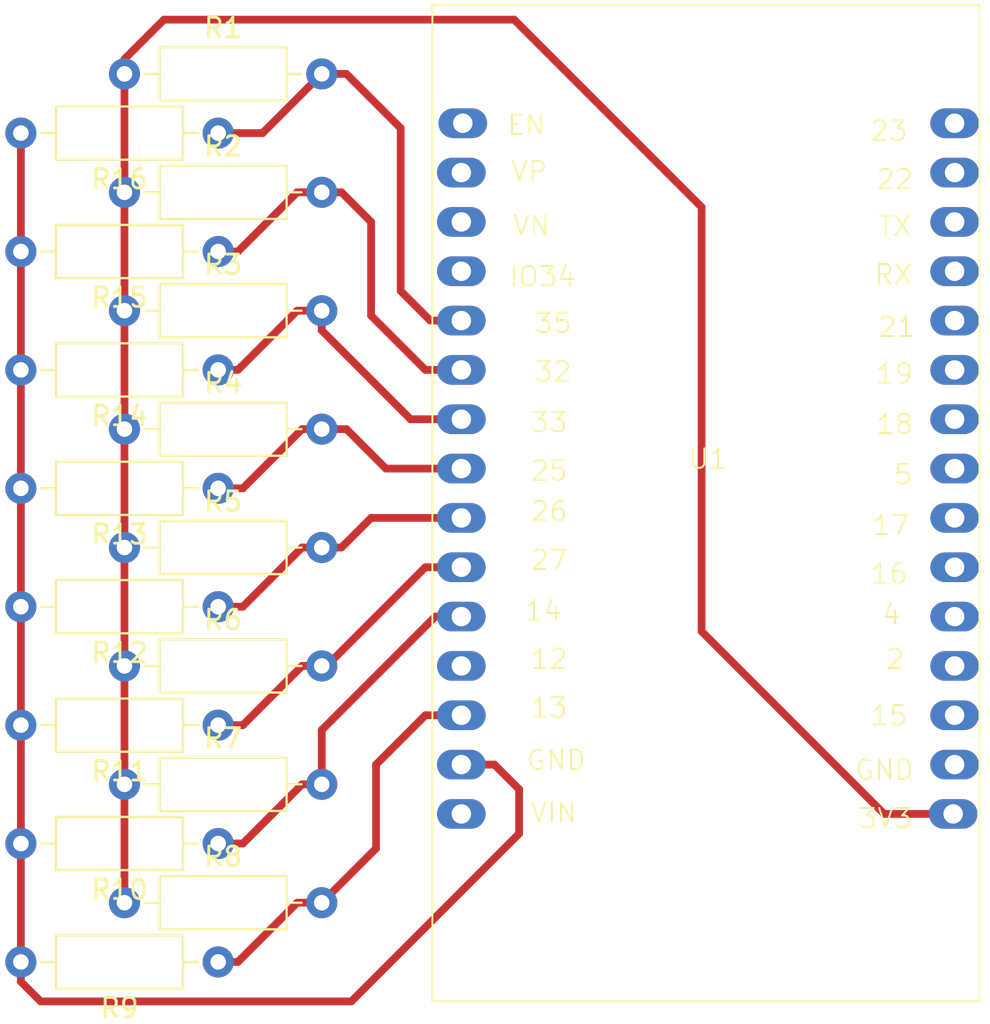
<source format=kicad_pcb>
(kicad_pcb (version 20240108) (generator "pcbnew") (generator_version "8.0")
  (layers (0 "F.Cu" signal) (31 "B.Cu" signal) (34 "B.Paste" user) (35 "F.Paste" user) (36 "B.SilkS" user "B.Silkscreen") (37 "F.SilkS" user "F.Silkscreen") (38 "B.Mask" user) (39 "F.Mask" user) (44 "Edge.Cuts" user))
  (net 0 "")
  (net 19 "/3V3")
  (net 20 "/IO35")
  (net 21 "/IO32")
  (net 22 "/IO33")
  (net 23 "/IO25")
  (net 24 "/IO26")
  (net 25 "/IO27")
  (net 26 "/IO14")
  (net 27 "/IO13")
  (net 28 "/GND")
  (net 29 "/IO12")
  (footprint "Resistor_THT:R_Axial_DIN0207_L6.3mm_D2.5mm_P10.16mm_Horizontal" (layer "F.Cu") (at 127 85.852 180)
    (property "Reference" "R14" (at 5.08 -2.37 360) (layer "F.SilkS"))
    (property "Value" "R")
    (pad "1" thru_hole circle (at 0 0 180) (size 1.6 1.6) (drill 0.8) (layers "*.Cu" "*.Mask" "In1.Cu" "In2.Cu" "In3.Cu" "In4.Cu" "In5.Cu" "In6.Cu" "In7.Cu" "In8.Cu" "In9.Cu" "In10.Cu" "In11.Cu" "In12.Cu" "In13.Cu" "In14.Cu" "In15.Cu" "In16.Cu" "In17.Cu" "In18.Cu" "In19.Cu" "In20.Cu" "In21.Cu" "In22.Cu" "In23.Cu" "In24.Cu" "In25.Cu" "In26.Cu" "In27.Cu" "In28.Cu" "In29.Cu" "In30.Cu") (net 22 "/IO33"))
    (pad "2" thru_hole oval (at 10.16 0 180) (size 1.6 1.6) (drill 0.8) (layers "*.Cu" "*.Mask" "In1.Cu" "In2.Cu" "In3.Cu" "In4.Cu" "In5.Cu" "In6.Cu" "In7.Cu" "In8.Cu" "In9.Cu" "In10.Cu" "In11.Cu" "In12.Cu" "In13.Cu" "In14.Cu" "In15.Cu" "In16.Cu" "In17.Cu" "In18.Cu" "In19.Cu" "In20.Cu" "In21.Cu" "In22.Cu" "In23.Cu" "In24.Cu" "In25.Cu" "In26.Cu" "In27.Cu" "In28.Cu" "In29.Cu" "In30.Cu") (net 28 "/GND"))
  )
  (footprint "Resistor_THT:R_Axial_DIN0207_L6.3mm_D2.5mm_P10.16mm_Horizontal" (layer "F.Cu") (at 122.174 82.804)
    (property "Reference" "R3" (at 5.08 -2.37 0) (layer "F.SilkS"))
    (property "Value" "R")
    (pad "1" thru_hole circle (at 0 0) (size 1.6 1.6) (drill 0.8) (layers "*.Cu" "*.Mask" "In1.Cu" "In2.Cu" "In3.Cu" "In4.Cu" "In5.Cu" "In6.Cu" "In7.Cu" "In8.Cu" "In9.Cu" "In10.Cu" "In11.Cu" "In12.Cu" "In13.Cu" "In14.Cu" "In15.Cu" "In16.Cu" "In17.Cu" "In18.Cu" "In19.Cu" "In20.Cu" "In21.Cu" "In22.Cu" "In23.Cu" "In24.Cu" "In25.Cu" "In26.Cu" "In27.Cu" "In28.Cu" "In29.Cu" "In30.Cu") (net 19 "/3V3"))
    (pad "2" thru_hole oval (at 10.16 0) (size 1.6 1.6) (drill 0.8) (layers "*.Cu" "*.Mask" "In1.Cu" "In2.Cu" "In3.Cu" "In4.Cu" "In5.Cu" "In6.Cu" "In7.Cu" "In8.Cu" "In9.Cu" "In10.Cu" "In11.Cu" "In12.Cu" "In13.Cu" "In14.Cu" "In15.Cu" "In16.Cu" "In17.Cu" "In18.Cu" "In19.Cu" "In20.Cu" "In21.Cu" "In22.Cu" "In23.Cu" "In24.Cu" "In25.Cu" "In26.Cu" "In27.Cu" "In28.Cu" "In29.Cu" "In30.Cu") (net 22 "/IO33"))
  )
  (footprint "Resistor_THT:R_Axial_DIN0207_L6.3mm_D2.5mm_P10.16mm_Horizontal" (layer "F.Cu") (at 127 110.236 180)
    (property "Reference" "R10" (at 5.08 -2.37 360) (layer "F.SilkS"))
    (property "Value" "R")
    (pad "1" thru_hole circle (at 0 0 180) (size 1.6 1.6) (drill 0.8) (layers "*.Cu" "*.Mask" "In1.Cu" "In2.Cu" "In3.Cu" "In4.Cu" "In5.Cu" "In6.Cu" "In7.Cu" "In8.Cu" "In9.Cu" "In10.Cu" "In11.Cu" "In12.Cu" "In13.Cu" "In14.Cu" "In15.Cu" "In16.Cu" "In17.Cu" "In18.Cu" "In19.Cu" "In20.Cu" "In21.Cu" "In22.Cu" "In23.Cu" "In24.Cu" "In25.Cu" "In26.Cu" "In27.Cu" "In28.Cu" "In29.Cu" "In30.Cu") (net 26 "/IO14"))
    (pad "2" thru_hole oval (at 10.16 0 180) (size 1.6 1.6) (drill 0.8) (layers "*.Cu" "*.Mask" "In1.Cu" "In2.Cu" "In3.Cu" "In4.Cu" "In5.Cu" "In6.Cu" "In7.Cu" "In8.Cu" "In9.Cu" "In10.Cu" "In11.Cu" "In12.Cu" "In13.Cu" "In14.Cu" "In15.Cu" "In16.Cu" "In17.Cu" "In18.Cu" "In19.Cu" "In20.Cu" "In21.Cu" "In22.Cu" "In23.Cu" "In24.Cu" "In25.Cu" "In26.Cu" "In27.Cu" "In28.Cu" "In29.Cu" "In30.Cu") (net 28 "/GND"))
  )
  (footprint "Resistor_THT:R_Axial_DIN0207_L6.3mm_D2.5mm_P10.16mm_Horizontal" (layer "F.Cu") (at 122.174 88.9)
    (property "Reference" "R4" (at 5.08 -2.37 0) (layer "F.SilkS"))
    (property "Value" "R")
    (pad "1" thru_hole circle (at 0 0) (size 1.6 1.6) (drill 0.8) (layers "*.Cu" "*.Mask" "In1.Cu" "In2.Cu" "In3.Cu" "In4.Cu" "In5.Cu" "In6.Cu" "In7.Cu" "In8.Cu" "In9.Cu" "In10.Cu" "In11.Cu" "In12.Cu" "In13.Cu" "In14.Cu" "In15.Cu" "In16.Cu" "In17.Cu" "In18.Cu" "In19.Cu" "In20.Cu" "In21.Cu" "In22.Cu" "In23.Cu" "In24.Cu" "In25.Cu" "In26.Cu" "In27.Cu" "In28.Cu" "In29.Cu" "In30.Cu") (net 19 "/3V3"))
    (pad "2" thru_hole oval (at 10.16 0) (size 1.6 1.6) (drill 0.8) (layers "*.Cu" "*.Mask" "In1.Cu" "In2.Cu" "In3.Cu" "In4.Cu" "In5.Cu" "In6.Cu" "In7.Cu" "In8.Cu" "In9.Cu" "In10.Cu" "In11.Cu" "In12.Cu" "In13.Cu" "In14.Cu" "In15.Cu" "In16.Cu" "In17.Cu" "In18.Cu" "In19.Cu" "In20.Cu" "In21.Cu" "In22.Cu" "In23.Cu" "In24.Cu" "In25.Cu" "In26.Cu" "In27.Cu" "In28.Cu" "In29.Cu" "In30.Cu") (net 23 "/IO25"))
  )
  (footprint "Resistor_THT:R_Axial_DIN0207_L6.3mm_D2.5mm_P10.16mm_Horizontal" (layer "F.Cu") (at 127 98.044 180)
    (property "Reference" "R12" (at 5.08 -2.37 360) (layer "F.SilkS"))
    (property "Value" "R")
    (pad "1" thru_hole circle (at 0 0 180) (size 1.6 1.6) (drill 0.8) (layers "*.Cu" "*.Mask" "In1.Cu" "In2.Cu" "In3.Cu" "In4.Cu" "In5.Cu" "In6.Cu" "In7.Cu" "In8.Cu" "In9.Cu" "In10.Cu" "In11.Cu" "In12.Cu" "In13.Cu" "In14.Cu" "In15.Cu" "In16.Cu" "In17.Cu" "In18.Cu" "In19.Cu" "In20.Cu" "In21.Cu" "In22.Cu" "In23.Cu" "In24.Cu" "In25.Cu" "In26.Cu" "In27.Cu" "In28.Cu" "In29.Cu" "In30.Cu") (net 24 "/IO26"))
    (pad "2" thru_hole oval (at 10.16 0 180) (size 1.6 1.6) (drill 0.8) (layers "*.Cu" "*.Mask" "In1.Cu" "In2.Cu" "In3.Cu" "In4.Cu" "In5.Cu" "In6.Cu" "In7.Cu" "In8.Cu" "In9.Cu" "In10.Cu" "In11.Cu" "In12.Cu" "In13.Cu" "In14.Cu" "In15.Cu" "In16.Cu" "In17.Cu" "In18.Cu" "In19.Cu" "In20.Cu" "In21.Cu" "In22.Cu" "In23.Cu" "In24.Cu" "In25.Cu" "In26.Cu" "In27.Cu" "In28.Cu" "In29.Cu" "In30.Cu") (net 28 "/GND"))
  )
  (footprint "Resistor_THT:R_Axial_DIN0207_L6.3mm_D2.5mm_P10.16mm_Horizontal" (layer "F.Cu") (at 122.174 94.996)
    (property "Reference" "R5" (at 5.08 -2.37 0) (layer "F.SilkS"))
    (property "Value" "R")
    (pad "1" thru_hole circle (at 0 0) (size 1.6 1.6) (drill 0.8) (layers "*.Cu" "*.Mask" "In1.Cu" "In2.Cu" "In3.Cu" "In4.Cu" "In5.Cu" "In6.Cu" "In7.Cu" "In8.Cu" "In9.Cu" "In10.Cu" "In11.Cu" "In12.Cu" "In13.Cu" "In14.Cu" "In15.Cu" "In16.Cu" "In17.Cu" "In18.Cu" "In19.Cu" "In20.Cu" "In21.Cu" "In22.Cu" "In23.Cu" "In24.Cu" "In25.Cu" "In26.Cu" "In27.Cu" "In28.Cu" "In29.Cu" "In30.Cu") (net 19 "/3V3"))
    (pad "2" thru_hole oval (at 10.16 0) (size 1.6 1.6) (drill 0.8) (layers "*.Cu" "*.Mask" "In1.Cu" "In2.Cu" "In3.Cu" "In4.Cu" "In5.Cu" "In6.Cu" "In7.Cu" "In8.Cu" "In9.Cu" "In10.Cu" "In11.Cu" "In12.Cu" "In13.Cu" "In14.Cu" "In15.Cu" "In16.Cu" "In17.Cu" "In18.Cu" "In19.Cu" "In20.Cu" "In21.Cu" "In22.Cu" "In23.Cu" "In24.Cu" "In25.Cu" "In26.Cu" "In27.Cu" "In28.Cu" "In29.Cu" "In30.Cu") (net 24 "/IO26"))
  )
  (footprint "symbols_footprint:esp32 dev board" (layer "F.Cu") (at 152.221 90.932)
    (property "Reference" "U1" (at 0 -0.5 0) (layer "F.SilkS") (effects (font (thickness 0.1))))
    (property "Value" "ESP32-WROOM-32E-N8R2")
    (fp_text user "EN" (at -10.4 -17.1 0) (layer "F.SilkS") (effects (font (thickness 0.1)) (justify left bottom)))
    (fp_text user "17" (at 8.4 3.5 0) (layer "F.SilkS") (effects (font (thickness 0.1)) (justify left bottom)))
    (fp_text user "33" (at -9.2 -1.8 0) (layer "F.SilkS") (effects (font (thickness 0.1)) (justify left bottom)))
    (fp_text user "VP" (at -10.2 -14.7 0) (layer "F.SilkS") (effects (font (thickness 0.1)) (justify left bottom)))
    (fp_text user "14" (at -9.5 7.9 0) (layer "F.SilkS") (effects (font (thickness 0.1)) (justify left bottom)))
    (fp_text user "27" (at -9.2 5.3 0) (layer "F.SilkS") (effects (font (thickness 0.1)) (justify left bottom)))
    (fp_text user "18" (at 8.6 -1.7 0) (layer "F.SilkS") (effects (font (thickness 0.1)) (justify left bottom)))
    (fp_text user "RX" (at 8.5 -9.4 0) (layer "F.SilkS") (effects (font (thickness 0.1)) (justify left bottom)))
    (fp_text user "5" (at 9.5 0.9 0) (layer "F.SilkS") (effects (font (thickness 0.1)) (justify left bottom)))
    (fp_text user "TX" (at 8.7 -11.9 0) (layer "F.SilkS") (effects (font (thickness 0.1)) (justify left bottom)))
    (fp_text user "4" (at 8.9 8.1 0) (layer "F.SilkS") (effects (font (thickness 0.1)) (justify left bottom)))
    (fp_text user "23" (at 8.3 -16.8 0) (layer "F.SilkS") (effects (font (thickness 0.1)) (justify left bottom)))
    (fp_text user "21" (at 8.7 -6.7 0) (layer "F.SilkS") (effects (font (thickness 0.1)) (justify left bottom)))
    (fp_text user "26" (at -9.2 2.8 0) (layer "F.SilkS") (effects (font (thickness 0.1)) (justify left bottom)))
    (fp_text user "GND" (at -9.4 15.6 0) (layer "F.SilkS") (effects (font (thickness 0.1)) (justify left bottom)))
    (fp_text user "IO34" (at -10.3 -9.3 0) (layer "F.SilkS") (effects (font (thickness 0.1)) (justify left bottom)))
    (fp_text user "19" (at 8.6 -4.3 0) (layer "F.SilkS") (effects (font (thickness 0.1)) (justify left bottom)))
    (fp_text user "3V3" (at 7.7 18.6 0) (layer "F.SilkS") (effects (font (thickness 0.1)) (justify left bottom)))
    (fp_text user "GND" (at 7.5 16.1 0) (layer "F.SilkS") (effects (font (thickness 0.1)) (justify left bottom)))
    (fp_text user "VIN" (at -9.2 18.3 0) (layer "F.SilkS") (effects (font (thickness 0.1)) (justify left bottom)))
    (fp_text user "35" (at -9 -6.9 0) (layer "F.SilkS") (effects (font (thickness 0.1)) (justify left bottom)))
    (fp_text user "13" (at -9.2 12.9 0) (layer "F.SilkS") (effects (font (thickness 0.1)) (justify left bottom)))
    (fp_text user "16" (at 8.3 6 0) (layer "F.SilkS") (effects (font (thickness 0.1)) (justify left bottom)))
    (fp_text user "15" (at 8.3 13.3 0) (layer "F.SilkS") (effects (font (thickness 0.1)) (justify left bottom)))
    (fp_text user "22" (at 8.6 -14.3 0) (layer "F.SilkS") (effects (font (thickness 0.1)) (justify left bottom)))
    (fp_text user "32" (at -9 -4.4 0) (layer "F.SilkS") (effects (font (thickness 0.1)) (justify left bottom)))
    (fp_text user "25" (at -9.2 0.7 0) (layer "F.SilkS") (effects (font (thickness 0.1)) (justify left bottom)))
    (fp_text user "2" (at 9.1 10.4 0) (layer "F.SilkS") (effects (font (thickness 0.1)) (justify left bottom)))
    (fp_text user "12" (at -9.2 10.4 0) (layer "F.SilkS") (effects (font (thickness 0.1)) (justify left bottom)))
    (fp_text user "VN" (at -10.1 -11.9 0) (layer "F.SilkS") (effects (font (thickness 0.1)) (justify left bottom)))
    (pad "1" thru_hole oval (at -12.625 -17.78) (size 2.5 1.524) (drill 1) (layers "*.Cu" "*.Mask" "In1.Cu" "In2.Cu" "In3.Cu" "In4.Cu" "In5.Cu" "In6.Cu" "In7.Cu" "In8.Cu" "In9.Cu" "In10.Cu" "In11.Cu" "In12.Cu" "In13.Cu" "In14.Cu" "In15.Cu" "In16.Cu" "In17.Cu" "In18.Cu" "In19.Cu" "In20.Cu" "In21.Cu" "In22.Cu" "In23.Cu" "In24.Cu" "In25.Cu" "In26.Cu" "In27.Cu" "In28.Cu" "In29.Cu" "In30.Cu"))
    (pad "2" thru_hole oval (at -12.7 -15.24) (size 2.5 1.524) (drill 1) (layers "*.Cu" "*.Mask" "In1.Cu" "In2.Cu" "In3.Cu" "In4.Cu" "In5.Cu" "In6.Cu" "In7.Cu" "In8.Cu" "In9.Cu" "In10.Cu" "In11.Cu" "In12.Cu" "In13.Cu" "In14.Cu" "In15.Cu" "In16.Cu" "In17.Cu" "In18.Cu" "In19.Cu" "In20.Cu" "In21.Cu" "In22.Cu" "In23.Cu" "In24.Cu" "In25.Cu" "In26.Cu" "In27.Cu" "In28.Cu" "In29.Cu" "In30.Cu"))
    (pad "3" thru_hole oval (at -12.7 -12.7) (size 2.5 1.524) (drill 1) (layers "*.Cu" "*.Mask" "In1.Cu" "In2.Cu" "In3.Cu" "In4.Cu" "In5.Cu" "In6.Cu" "In7.Cu" "In8.Cu" "In9.Cu" "In10.Cu" "In11.Cu" "In12.Cu" "In13.Cu" "In14.Cu" "In15.Cu" "In16.Cu" "In17.Cu" "In18.Cu" "In19.Cu" "In20.Cu" "In21.Cu" "In22.Cu" "In23.Cu" "In24.Cu" "In25.Cu" "In26.Cu" "In27.Cu" "In28.Cu" "In29.Cu" "In30.Cu"))
    (pad "4" thru_hole oval (at -12.7 -10.16) (size 2.5 1.524) (drill 1) (layers "*.Cu" "*.Mask" "In1.Cu" "In2.Cu" "In3.Cu" "In4.Cu" "In5.Cu" "In6.Cu" "In7.Cu" "In8.Cu" "In9.Cu" "In10.Cu" "In11.Cu" "In12.Cu" "In13.Cu" "In14.Cu" "In15.Cu" "In16.Cu" "In17.Cu" "In18.Cu" "In19.Cu" "In20.Cu" "In21.Cu" "In22.Cu" "In23.Cu" "In24.Cu" "In25.Cu" "In26.Cu" "In27.Cu" "In28.Cu" "In29.Cu" "In30.Cu"))
    (pad "5" thru_hole oval (at -12.7 -7.62) (size 2.5 1.524) (drill 1) (layers "*.Cu" "*.Mask" "In1.Cu" "In2.Cu" "In3.Cu" "In4.Cu" "In5.Cu" "In6.Cu" "In7.Cu" "In8.Cu" "In9.Cu" "In10.Cu" "In11.Cu" "In12.Cu" "In13.Cu" "In14.Cu" "In15.Cu" "In16.Cu" "In17.Cu" "In18.Cu" "In19.Cu" "In20.Cu" "In21.Cu" "In22.Cu" "In23.Cu" "In24.Cu" "In25.Cu" "In26.Cu" "In27.Cu" "In28.Cu" "In29.Cu" "In30.Cu") (net 20 "/IO35"))
    (pad "6" thru_hole oval (at -12.7 -5.08) (size 2.5 1.524) (drill 1) (layers "*.Cu" "*.Mask" "In1.Cu" "In2.Cu" "In3.Cu" "In4.Cu" "In5.Cu" "In6.Cu" "In7.Cu" "In8.Cu" "In9.Cu" "In10.Cu" "In11.Cu" "In12.Cu" "In13.Cu" "In14.Cu" "In15.Cu" "In16.Cu" "In17.Cu" "In18.Cu" "In19.Cu" "In20.Cu" "In21.Cu" "In22.Cu" "In23.Cu" "In24.Cu" "In25.Cu" "In26.Cu" "In27.Cu" "In28.Cu" "In29.Cu" "In30.Cu") (net 21 "/IO32"))
    (pad "7" thru_hole oval (at -12.7 -2.54) (size 2.5 1.524) (drill 1) (layers "*.Cu" "*.Mask" "In1.Cu" "In2.Cu" "In3.Cu" "In4.Cu" "In5.Cu" "In6.Cu" "In7.Cu" "In8.Cu" "In9.Cu" "In10.Cu" "In11.Cu" "In12.Cu" "In13.Cu" "In14.Cu" "In15.Cu" "In16.Cu" "In17.Cu" "In18.Cu" "In19.Cu" "In20.Cu" "In21.Cu" "In22.Cu" "In23.Cu" "In24.Cu" "In25.Cu" "In26.Cu" "In27.Cu" "In28.Cu" "In29.Cu" "In30.Cu") (net 22 "/IO33"))
    (pad "8" thru_hole oval (at -12.7 0) (size 2.5 1.524) (drill 1) (layers "*.Cu" "*.Mask" "In1.Cu" "In2.Cu" "In3.Cu" "In4.Cu" "In5.Cu" "In6.Cu" "In7.Cu" "In8.Cu" "In9.Cu" "In10.Cu" "In11.Cu" "In12.Cu" "In13.Cu" "In14.Cu" "In15.Cu" "In16.Cu" "In17.Cu" "In18.Cu" "In19.Cu" "In20.Cu" "In21.Cu" "In22.Cu" "In23.Cu" "In24.Cu" "In25.Cu" "In26.Cu" "In27.Cu" "In28.Cu" "In29.Cu" "In30.Cu") (net 23 "/IO25"))
    (pad "9" thru_hole oval (at -12.7 2.54) (size 2.5 1.524) (drill 1) (layers "*.Cu" "*.Mask" "In1.Cu" "In2.Cu" "In3.Cu" "In4.Cu" "In5.Cu" "In6.Cu" "In7.Cu" "In8.Cu" "In9.Cu" "In10.Cu" "In11.Cu" "In12.Cu" "In13.Cu" "In14.Cu" "In15.Cu" "In16.Cu" "In17.Cu" "In18.Cu" "In19.Cu" "In20.Cu" "In21.Cu" "In22.Cu" "In23.Cu" "In24.Cu" "In25.Cu" "In26.Cu" "In27.Cu" "In28.Cu" "In29.Cu" "In30.Cu") (net 24 "/IO26"))
    (pad "10" thru_hole oval (at -12.7 5.08) (size 2.5 1.524) (drill 1) (layers "*.Cu" "*.Mask" "In1.Cu" "In2.Cu" "In3.Cu" "In4.Cu" "In5.Cu" "In6.Cu" "In7.Cu" "In8.Cu" "In9.Cu" "In10.Cu" "In11.Cu" "In12.Cu" "In13.Cu" "In14.Cu" "In15.Cu" "In16.Cu" "In17.Cu" "In18.Cu" "In19.Cu" "In20.Cu" "In21.Cu" "In22.Cu" "In23.Cu" "In24.Cu" "In25.Cu" "In26.Cu" "In27.Cu" "In28.Cu" "In29.Cu" "In30.Cu") (net 25 "/IO27"))
    (pad "11" thru_hole oval (at -12.7 7.62) (size 2.5 1.524) (drill 1) (layers "*.Cu" "*.Mask" "In1.Cu" "In2.Cu" "In3.Cu" "In4.Cu" "In5.Cu" "In6.Cu" "In7.Cu" "In8.Cu" "In9.Cu" "In10.Cu" "In11.Cu" "In12.Cu" "In13.Cu" "In14.Cu" "In15.Cu" "In16.Cu" "In17.Cu" "In18.Cu" "In19.Cu" "In20.Cu" "In21.Cu" "In22.Cu" "In23.Cu" "In24.Cu" "In25.Cu" "In26.Cu" "In27.Cu" "In28.Cu" "In29.Cu" "In30.Cu") (net 26 "/IO14"))
    (pad "12" thru_hole oval (at -12.7 10.16) (size 2.5 1.524) (drill 1) (layers "*.Cu" "*.Mask" "In1.Cu" "In2.Cu" "In3.Cu" "In4.Cu" "In5.Cu" "In6.Cu" "In7.Cu" "In8.Cu" "In9.Cu" "In10.Cu" "In11.Cu" "In12.Cu" "In13.Cu" "In14.Cu" "In15.Cu" "In16.Cu" "In17.Cu" "In18.Cu" "In19.Cu" "In20.Cu" "In21.Cu" "In22.Cu" "In23.Cu" "In24.Cu" "In25.Cu" "In26.Cu" "In27.Cu" "In28.Cu" "In29.Cu" "In30.Cu") (net 29 "/IO12"))
    (pad "13" thru_hole oval (at -12.7 12.7) (size 2.5 1.524) (drill 1) (layers "*.Cu" "*.Mask" "In1.Cu" "In2.Cu" "In3.Cu" "In4.Cu" "In5.Cu" "In6.Cu" "In7.Cu" "In8.Cu" "In9.Cu" "In10.Cu" "In11.Cu" "In12.Cu" "In13.Cu" "In14.Cu" "In15.Cu" "In16.Cu" "In17.Cu" "In18.Cu" "In19.Cu" "In20.Cu" "In21.Cu" "In22.Cu" "In23.Cu" "In24.Cu" "In25.Cu" "In26.Cu" "In27.Cu" "In28.Cu" "In29.Cu" "In30.Cu") (net 27 "/IO13"))
    (pad "14" thru_hole oval (at -12.7 15.24) (size 2.5 1.524) (drill 1) (layers "*.Cu" "*.Mask" "In1.Cu" "In2.Cu" "In3.Cu" "In4.Cu" "In5.Cu" "In6.Cu" "In7.Cu" "In8.Cu" "In9.Cu" "In10.Cu" "In11.Cu" "In12.Cu" "In13.Cu" "In14.Cu" "In15.Cu" "In16.Cu" "In17.Cu" "In18.Cu" "In19.Cu" "In20.Cu" "In21.Cu" "In22.Cu" "In23.Cu" "In24.Cu" "In25.Cu" "In26.Cu" "In27.Cu" "In28.Cu" "In29.Cu" "In30.Cu") (net 28 "/GND"))
    (pad "15" thru_hole oval (at -12.7 17.78) (size 2.5 1.524) (drill 1) (layers "*.Cu" "*.Mask" "In1.Cu" "In2.Cu" "In3.Cu" "In4.Cu" "In5.Cu" "In6.Cu" "In7.Cu" "In8.Cu" "In9.Cu" "In10.Cu" "In11.Cu" "In12.Cu" "In13.Cu" "In14.Cu" "In15.Cu" "In16.Cu" "In17.Cu" "In18.Cu" "In19.Cu" "In20.Cu" "In21.Cu" "In22.Cu" "In23.Cu" "In24.Cu" "In25.Cu" "In26.Cu" "In27.Cu" "In28.Cu" "In29.Cu" "In30.Cu"))
    (pad "16" thru_hole oval (at 12.625 17.78) (size 2.5 1.524) (drill 1) (layers "*.Cu" "*.Mask" "In1.Cu" "In2.Cu" "In3.Cu" "In4.Cu" "In5.Cu" "In6.Cu" "In7.Cu" "In8.Cu" "In9.Cu" "In10.Cu" "In11.Cu" "In12.Cu" "In13.Cu" "In14.Cu" "In15.Cu" "In16.Cu" "In17.Cu" "In18.Cu" "In19.Cu" "In20.Cu" "In21.Cu" "In22.Cu" "In23.Cu" "In24.Cu" "In25.Cu" "In26.Cu" "In27.Cu" "In28.Cu" "In29.Cu" "In30.Cu") (net 19 "/3V3"))
    (pad "17" thru_hole oval (at 12.7 15.24) (size 2.5 1.524) (drill 1) (layers "*.Cu" "*.Mask" "In1.Cu" "In2.Cu" "In3.Cu" "In4.Cu" "In5.Cu" "In6.Cu" "In7.Cu" "In8.Cu" "In9.Cu" "In10.Cu" "In11.Cu" "In12.Cu" "In13.Cu" "In14.Cu" "In15.Cu" "In16.Cu" "In17.Cu" "In18.Cu" "In19.Cu" "In20.Cu" "In21.Cu" "In22.Cu" "In23.Cu" "In24.Cu" "In25.Cu" "In26.Cu" "In27.Cu" "In28.Cu" "In29.Cu" "In30.Cu") (net 28 "/GND"))
    (pad "18" thru_hole oval (at 12.7 12.7) (size 2.5 1.524) (drill 1) (layers "*.Cu" "*.Mask" "In1.Cu" "In2.Cu" "In3.Cu" "In4.Cu" "In5.Cu" "In6.Cu" "In7.Cu" "In8.Cu" "In9.Cu" "In10.Cu" "In11.Cu" "In12.Cu" "In13.Cu" "In14.Cu" "In15.Cu" "In16.Cu" "In17.Cu" "In18.Cu" "In19.Cu" "In20.Cu" "In21.Cu" "In22.Cu" "In23.Cu" "In24.Cu" "In25.Cu" "In26.Cu" "In27.Cu" "In28.Cu" "In29.Cu" "In30.Cu"))
    (pad "19" thru_hole oval (at 12.7 10.16) (size 2.5 1.524) (drill 1) (layers "*.Cu" "*.Mask" "In1.Cu" "In2.Cu" "In3.Cu" "In4.Cu" "In5.Cu" "In6.Cu" "In7.Cu" "In8.Cu" "In9.Cu" "In10.Cu" "In11.Cu" "In12.Cu" "In13.Cu" "In14.Cu" "In15.Cu" "In16.Cu" "In17.Cu" "In18.Cu" "In19.Cu" "In20.Cu" "In21.Cu" "In22.Cu" "In23.Cu" "In24.Cu" "In25.Cu" "In26.Cu" "In27.Cu" "In28.Cu" "In29.Cu" "In30.Cu"))
    (pad "20" thru_hole oval (at 12.7 7.62) (size 2.5 1.524) (drill 1) (layers "*.Cu" "*.Mask" "In1.Cu" "In2.Cu" "In3.Cu" "In4.Cu" "In5.Cu" "In6.Cu" "In7.Cu" "In8.Cu" "In9.Cu" "In10.Cu" "In11.Cu" "In12.Cu" "In13.Cu" "In14.Cu" "In15.Cu" "In16.Cu" "In17.Cu" "In18.Cu" "In19.Cu" "In20.Cu" "In21.Cu" "In22.Cu" "In23.Cu" "In24.Cu" "In25.Cu" "In26.Cu" "In27.Cu" "In28.Cu" "In29.Cu" "In30.Cu"))
    (pad "21" thru_hole oval (at 12.7 5.08) (size 2.5 1.524) (drill 1) (layers "*.Cu" "*.Mask" "In1.Cu" "In2.Cu" "In3.Cu" "In4.Cu" "In5.Cu" "In6.Cu" "In7.Cu" "In8.Cu" "In9.Cu" "In10.Cu" "In11.Cu" "In12.Cu" "In13.Cu" "In14.Cu" "In15.Cu" "In16.Cu" "In17.Cu" "In18.Cu" "In19.Cu" "In20.Cu" "In21.Cu" "In22.Cu" "In23.Cu" "In24.Cu" "In25.Cu" "In26.Cu" "In27.Cu" "In28.Cu" "In29.Cu" "In30.Cu"))
    (pad "22" thru_hole oval (at 12.7 2.54) (size 2.5 1.524) (drill 1) (layers "*.Cu" "*.Mask" "In1.Cu" "In2.Cu" "In3.Cu" "In4.Cu" "In5.Cu" "In6.Cu" "In7.Cu" "In8.Cu" "In9.Cu" "In10.Cu" "In11.Cu" "In12.Cu" "In13.Cu" "In14.Cu" "In15.Cu" "In16.Cu" "In17.Cu" "In18.Cu" "In19.Cu" "In20.Cu" "In21.Cu" "In22.Cu" "In23.Cu" "In24.Cu" "In25.Cu" "In26.Cu" "In27.Cu" "In28.Cu" "In29.Cu" "In30.Cu"))
    (pad "23" thru_hole oval (at 12.7 0) (size 2.5 1.524) (drill 1) (layers "*.Cu" "*.Mask" "In1.Cu" "In2.Cu" "In3.Cu" "In4.Cu" "In5.Cu" "In6.Cu" "In7.Cu" "In8.Cu" "In9.Cu" "In10.Cu" "In11.Cu" "In12.Cu" "In13.Cu" "In14.Cu" "In15.Cu" "In16.Cu" "In17.Cu" "In18.Cu" "In19.Cu" "In20.Cu" "In21.Cu" "In22.Cu" "In23.Cu" "In24.Cu" "In25.Cu" "In26.Cu" "In27.Cu" "In28.Cu" "In29.Cu" "In30.Cu"))
    (pad "24" thru_hole oval (at 12.7 -2.54) (size 2.5 1.524) (drill 1) (layers "*.Cu" "*.Mask" "In1.Cu" "In2.Cu" "In3.Cu" "In4.Cu" "In5.Cu" "In6.Cu" "In7.Cu" "In8.Cu" "In9.Cu" "In10.Cu" "In11.Cu" "In12.Cu" "In13.Cu" "In14.Cu" "In15.Cu" "In16.Cu" "In17.Cu" "In18.Cu" "In19.Cu" "In20.Cu" "In21.Cu" "In22.Cu" "In23.Cu" "In24.Cu" "In25.Cu" "In26.Cu" "In27.Cu" "In28.Cu" "In29.Cu" "In30.Cu"))
    (pad "25" thru_hole oval (at 12.7 -5.08) (size 2.5 1.524) (drill 1) (layers "*.Cu" "*.Mask" "In1.Cu" "In2.Cu" "In3.Cu" "In4.Cu" "In5.Cu" "In6.Cu" "In7.Cu" "In8.Cu" "In9.Cu" "In10.Cu" "In11.Cu" "In12.Cu" "In13.Cu" "In14.Cu" "In15.Cu" "In16.Cu" "In17.Cu" "In18.Cu" "In19.Cu" "In20.Cu" "In21.Cu" "In22.Cu" "In23.Cu" "In24.Cu" "In25.Cu" "In26.Cu" "In27.Cu" "In28.Cu" "In29.Cu" "In30.Cu"))
    (pad "26" thru_hole oval (at 12.7 -7.62) (size 2.5 1.524) (drill 1) (layers "*.Cu" "*.Mask" "In1.Cu" "In2.Cu" "In3.Cu" "In4.Cu" "In5.Cu" "In6.Cu" "In7.Cu" "In8.Cu" "In9.Cu" "In10.Cu" "In11.Cu" "In12.Cu" "In13.Cu" "In14.Cu" "In15.Cu" "In16.Cu" "In17.Cu" "In18.Cu" "In19.Cu" "In20.Cu" "In21.Cu" "In22.Cu" "In23.Cu" "In24.Cu" "In25.Cu" "In26.Cu" "In27.Cu" "In28.Cu" "In29.Cu" "In30.Cu"))
    (pad "27" thru_hole oval (at 12.7 -10.16) (size 2.5 1.524) (drill 1) (layers "*.Cu" "*.Mask" "In1.Cu" "In2.Cu" "In3.Cu" "In4.Cu" "In5.Cu" "In6.Cu" "In7.Cu" "In8.Cu" "In9.Cu" "In10.Cu" "In11.Cu" "In12.Cu" "In13.Cu" "In14.Cu" "In15.Cu" "In16.Cu" "In17.Cu" "In18.Cu" "In19.Cu" "In20.Cu" "In21.Cu" "In22.Cu" "In23.Cu" "In24.Cu" "In25.Cu" "In26.Cu" "In27.Cu" "In28.Cu" "In29.Cu" "In30.Cu"))
    (pad "28" thru_hole oval (at 12.7 -12.7) (size 2.5 1.524) (drill 1) (layers "*.Cu" "*.Mask" "In1.Cu" "In2.Cu" "In3.Cu" "In4.Cu" "In5.Cu" "In6.Cu" "In7.Cu" "In8.Cu" "In9.Cu" "In10.Cu" "In11.Cu" "In12.Cu" "In13.Cu" "In14.Cu" "In15.Cu" "In16.Cu" "In17.Cu" "In18.Cu" "In19.Cu" "In20.Cu" "In21.Cu" "In22.Cu" "In23.Cu" "In24.Cu" "In25.Cu" "In26.Cu" "In27.Cu" "In28.Cu" "In29.Cu" "In30.Cu"))
    (pad "29" thru_hole oval (at 12.7 -15.24) (size 2.5 1.524) (drill 1) (layers "*.Cu" "*.Mask" "In1.Cu" "In2.Cu" "In3.Cu" "In4.Cu" "In5.Cu" "In6.Cu" "In7.Cu" "In8.Cu" "In9.Cu" "In10.Cu" "In11.Cu" "In12.Cu" "In13.Cu" "In14.Cu" "In15.Cu" "In16.Cu" "In17.Cu" "In18.Cu" "In19.Cu" "In20.Cu" "In21.Cu" "In22.Cu" "In23.Cu" "In24.Cu" "In25.Cu" "In26.Cu" "In27.Cu" "In28.Cu" "In29.Cu" "In30.Cu"))
    (pad "30" thru_hole oval (at 12.7 -17.78) (size 2.5 1.524) (drill 1) (layers "*.Cu" "*.Mask" "In1.Cu" "In2.Cu" "In3.Cu" "In4.Cu" "In5.Cu" "In6.Cu" "In7.Cu" "In8.Cu" "In9.Cu" "In10.Cu" "In11.Cu" "In12.Cu" "In13.Cu" "In14.Cu" "In15.Cu" "In16.Cu" "In17.Cu" "In18.Cu" "In19.Cu" "In20.Cu" "In21.Cu" "In22.Cu" "In23.Cu" "In24.Cu" "In25.Cu" "In26.Cu" "In27.Cu" "In28.Cu" "In29.Cu" "In30.Cu"))
  )
  (footprint "Resistor_THT:R_Axial_DIN0207_L6.3mm_D2.5mm_P10.16mm_Horizontal" (layer "F.Cu") (at 127 116.332 180)
    (property "Reference" "R9" (at 5.08 -2.37 360) (layer "F.SilkS"))
    (property "Value" "R")
    (pad "1" thru_hole circle (at 0 0 180) (size 1.6 1.6) (drill 0.8) (layers "*.Cu" "*.Mask" "In1.Cu" "In2.Cu" "In3.Cu" "In4.Cu" "In5.Cu" "In6.Cu" "In7.Cu" "In8.Cu" "In9.Cu" "In10.Cu" "In11.Cu" "In12.Cu" "In13.Cu" "In14.Cu" "In15.Cu" "In16.Cu" "In17.Cu" "In18.Cu" "In19.Cu" "In20.Cu" "In21.Cu" "In22.Cu" "In23.Cu" "In24.Cu" "In25.Cu" "In26.Cu" "In27.Cu" "In28.Cu" "In29.Cu" "In30.Cu") (net 27 "/IO13"))
    (pad "2" thru_hole oval (at 10.16 0 180) (size 1.6 1.6) (drill 0.8) (layers "*.Cu" "*.Mask" "In1.Cu" "In2.Cu" "In3.Cu" "In4.Cu" "In5.Cu" "In6.Cu" "In7.Cu" "In8.Cu" "In9.Cu" "In10.Cu" "In11.Cu" "In12.Cu" "In13.Cu" "In14.Cu" "In15.Cu" "In16.Cu" "In17.Cu" "In18.Cu" "In19.Cu" "In20.Cu" "In21.Cu" "In22.Cu" "In23.Cu" "In24.Cu" "In25.Cu" "In26.Cu" "In27.Cu" "In28.Cu" "In29.Cu" "In30.Cu") (net 28 "/GND"))
  )
  (footprint "Resistor_THT:R_Axial_DIN0207_L6.3mm_D2.5mm_P10.16mm_Horizontal" (layer "F.Cu") (at 127 73.66 180)
    (property "Reference" "R16" (at 5.08 -2.37 360) (layer "F.SilkS"))
    (property "Value" "R")
    (pad "1" thru_hole circle (at 0 0 180) (size 1.6 1.6) (drill 0.8) (layers "*.Cu" "*.Mask" "In1.Cu" "In2.Cu" "In3.Cu" "In4.Cu" "In5.Cu" "In6.Cu" "In7.Cu" "In8.Cu" "In9.Cu" "In10.Cu" "In11.Cu" "In12.Cu" "In13.Cu" "In14.Cu" "In15.Cu" "In16.Cu" "In17.Cu" "In18.Cu" "In19.Cu" "In20.Cu" "In21.Cu" "In22.Cu" "In23.Cu" "In24.Cu" "In25.Cu" "In26.Cu" "In27.Cu" "In28.Cu" "In29.Cu" "In30.Cu") (net 20 "/IO35"))
    (pad "2" thru_hole oval (at 10.16 0 180) (size 1.6 1.6) (drill 0.8) (layers "*.Cu" "*.Mask" "In1.Cu" "In2.Cu" "In3.Cu" "In4.Cu" "In5.Cu" "In6.Cu" "In7.Cu" "In8.Cu" "In9.Cu" "In10.Cu" "In11.Cu" "In12.Cu" "In13.Cu" "In14.Cu" "In15.Cu" "In16.Cu" "In17.Cu" "In18.Cu" "In19.Cu" "In20.Cu" "In21.Cu" "In22.Cu" "In23.Cu" "In24.Cu" "In25.Cu" "In26.Cu" "In27.Cu" "In28.Cu" "In29.Cu" "In30.Cu") (net 28 "/GND"))
  )
  (footprint "Resistor_THT:R_Axial_DIN0207_L6.3mm_D2.5mm_P10.16mm_Horizontal" (layer "F.Cu") (at 127 79.756 180)
    (property "Reference" "R15" (at 5.08 -2.37 360) (layer "F.SilkS"))
    (property "Value" "R")
    (pad "1" thru_hole circle (at 0 0 180) (size 1.6 1.6) (drill 0.8) (layers "*.Cu" "*.Mask" "In1.Cu" "In2.Cu" "In3.Cu" "In4.Cu" "In5.Cu" "In6.Cu" "In7.Cu" "In8.Cu" "In9.Cu" "In10.Cu" "In11.Cu" "In12.Cu" "In13.Cu" "In14.Cu" "In15.Cu" "In16.Cu" "In17.Cu" "In18.Cu" "In19.Cu" "In20.Cu" "In21.Cu" "In22.Cu" "In23.Cu" "In24.Cu" "In25.Cu" "In26.Cu" "In27.Cu" "In28.Cu" "In29.Cu" "In30.Cu") (net 21 "/IO32"))
    (pad "2" thru_hole oval (at 10.16 0 180) (size 1.6 1.6) (drill 0.8) (layers "*.Cu" "*.Mask" "In1.Cu" "In2.Cu" "In3.Cu" "In4.Cu" "In5.Cu" "In6.Cu" "In7.Cu" "In8.Cu" "In9.Cu" "In10.Cu" "In11.Cu" "In12.Cu" "In13.Cu" "In14.Cu" "In15.Cu" "In16.Cu" "In17.Cu" "In18.Cu" "In19.Cu" "In20.Cu" "In21.Cu" "In22.Cu" "In23.Cu" "In24.Cu" "In25.Cu" "In26.Cu" "In27.Cu" "In28.Cu" "In29.Cu" "In30.Cu") (net 28 "/GND"))
  )
  (footprint "Resistor_THT:R_Axial_DIN0207_L6.3mm_D2.5mm_P10.16mm_Horizontal" (layer "F.Cu") (at 127 104.14 180)
    (property "Reference" "R11" (at 5.08 -2.37 360) (layer "F.SilkS"))
    (property "Value" "R")
    (pad "1" thru_hole circle (at 0 0 180) (size 1.6 1.6) (drill 0.8) (layers "*.Cu" "*.Mask" "In1.Cu" "In2.Cu" "In3.Cu" "In4.Cu" "In5.Cu" "In6.Cu" "In7.Cu" "In8.Cu" "In9.Cu" "In10.Cu" "In11.Cu" "In12.Cu" "In13.Cu" "In14.Cu" "In15.Cu" "In16.Cu" "In17.Cu" "In18.Cu" "In19.Cu" "In20.Cu" "In21.Cu" "In22.Cu" "In23.Cu" "In24.Cu" "In25.Cu" "In26.Cu" "In27.Cu" "In28.Cu" "In29.Cu" "In30.Cu") (net 25 "/IO27"))
    (pad "2" thru_hole oval (at 10.16 0 180) (size 1.6 1.6) (drill 0.8) (layers "*.Cu" "*.Mask" "In1.Cu" "In2.Cu" "In3.Cu" "In4.Cu" "In5.Cu" "In6.Cu" "In7.Cu" "In8.Cu" "In9.Cu" "In10.Cu" "In11.Cu" "In12.Cu" "In13.Cu" "In14.Cu" "In15.Cu" "In16.Cu" "In17.Cu" "In18.Cu" "In19.Cu" "In20.Cu" "In21.Cu" "In22.Cu" "In23.Cu" "In24.Cu" "In25.Cu" "In26.Cu" "In27.Cu" "In28.Cu" "In29.Cu" "In30.Cu") (net 28 "/GND"))
  )
  (footprint "Resistor_THT:R_Axial_DIN0207_L6.3mm_D2.5mm_P10.16mm_Horizontal" (layer "F.Cu") (at 122.174 76.708)
    (property "Reference" "R2" (at 5.08 -2.37 0) (layer "F.SilkS"))
    (property "Value" "R")
    (pad "1" thru_hole circle (at 0 0) (size 1.6 1.6) (drill 0.8) (layers "*.Cu" "*.Mask" "In1.Cu" "In2.Cu" "In3.Cu" "In4.Cu" "In5.Cu" "In6.Cu" "In7.Cu" "In8.Cu" "In9.Cu" "In10.Cu" "In11.Cu" "In12.Cu" "In13.Cu" "In14.Cu" "In15.Cu" "In16.Cu" "In17.Cu" "In18.Cu" "In19.Cu" "In20.Cu" "In21.Cu" "In22.Cu" "In23.Cu" "In24.Cu" "In25.Cu" "In26.Cu" "In27.Cu" "In28.Cu" "In29.Cu" "In30.Cu") (net 19 "/3V3"))
    (pad "2" thru_hole oval (at 10.16 0) (size 1.6 1.6) (drill 0.8) (layers "*.Cu" "*.Mask" "In1.Cu" "In2.Cu" "In3.Cu" "In4.Cu" "In5.Cu" "In6.Cu" "In7.Cu" "In8.Cu" "In9.Cu" "In10.Cu" "In11.Cu" "In12.Cu" "In13.Cu" "In14.Cu" "In15.Cu" "In16.Cu" "In17.Cu" "In18.Cu" "In19.Cu" "In20.Cu" "In21.Cu" "In22.Cu" "In23.Cu" "In24.Cu" "In25.Cu" "In26.Cu" "In27.Cu" "In28.Cu" "In29.Cu" "In30.Cu") (net 21 "/IO32"))
  )
  (footprint "Resistor_THT:R_Axial_DIN0207_L6.3mm_D2.5mm_P10.16mm_Horizontal" (layer "F.Cu") (at 122.174 113.284)
    (property "Reference" "R8" (at 5.08 -2.37 0) (layer "F.SilkS"))
    (property "Value" "R")
    (pad "1" thru_hole circle (at 0 0) (size 1.6 1.6) (drill 0.8) (layers "*.Cu" "*.Mask" "In1.Cu" "In2.Cu" "In3.Cu" "In4.Cu" "In5.Cu" "In6.Cu" "In7.Cu" "In8.Cu" "In9.Cu" "In10.Cu" "In11.Cu" "In12.Cu" "In13.Cu" "In14.Cu" "In15.Cu" "In16.Cu" "In17.Cu" "In18.Cu" "In19.Cu" "In20.Cu" "In21.Cu" "In22.Cu" "In23.Cu" "In24.Cu" "In25.Cu" "In26.Cu" "In27.Cu" "In28.Cu" "In29.Cu" "In30.Cu") (net 19 "/3V3"))
    (pad "2" thru_hole oval (at 10.16 0) (size 1.6 1.6) (drill 0.8) (layers "*.Cu" "*.Mask" "In1.Cu" "In2.Cu" "In3.Cu" "In4.Cu" "In5.Cu" "In6.Cu" "In7.Cu" "In8.Cu" "In9.Cu" "In10.Cu" "In11.Cu" "In12.Cu" "In13.Cu" "In14.Cu" "In15.Cu" "In16.Cu" "In17.Cu" "In18.Cu" "In19.Cu" "In20.Cu" "In21.Cu" "In22.Cu" "In23.Cu" "In24.Cu" "In25.Cu" "In26.Cu" "In27.Cu" "In28.Cu" "In29.Cu" "In30.Cu") (net 27 "/IO13"))
  )
  (footprint "Resistor_THT:R_Axial_DIN0207_L6.3mm_D2.5mm_P10.16mm_Horizontal" (layer "F.Cu") (at 122.174 101.092)
    (property "Reference" "R6" (at 5.08 -2.37 0) (layer "F.SilkS"))
    (property "Value" "R")
    (pad "1" thru_hole circle (at 0 0) (size 1.6 1.6) (drill 0.8) (layers "*.Cu" "*.Mask" "In1.Cu" "In2.Cu" "In3.Cu" "In4.Cu" "In5.Cu" "In6.Cu" "In7.Cu" "In8.Cu" "In9.Cu" "In10.Cu" "In11.Cu" "In12.Cu" "In13.Cu" "In14.Cu" "In15.Cu" "In16.Cu" "In17.Cu" "In18.Cu" "In19.Cu" "In20.Cu" "In21.Cu" "In22.Cu" "In23.Cu" "In24.Cu" "In25.Cu" "In26.Cu" "In27.Cu" "In28.Cu" "In29.Cu" "In30.Cu") (net 19 "/3V3"))
    (pad "2" thru_hole oval (at 10.16 0) (size 1.6 1.6) (drill 0.8) (layers "*.Cu" "*.Mask" "In1.Cu" "In2.Cu" "In3.Cu" "In4.Cu" "In5.Cu" "In6.Cu" "In7.Cu" "In8.Cu" "In9.Cu" "In10.Cu" "In11.Cu" "In12.Cu" "In13.Cu" "In14.Cu" "In15.Cu" "In16.Cu" "In17.Cu" "In18.Cu" "In19.Cu" "In20.Cu" "In21.Cu" "In22.Cu" "In23.Cu" "In24.Cu" "In25.Cu" "In26.Cu" "In27.Cu" "In28.Cu" "In29.Cu" "In30.Cu") (net 25 "/IO27"))
  )
  (footprint "Resistor_THT:R_Axial_DIN0207_L6.3mm_D2.5mm_P10.16mm_Horizontal" (layer "F.Cu") (at 127 91.948 180)
    (property "Reference" "R13" (at 5.08 -2.37 360) (layer "F.SilkS"))
    (property "Value" "R")
    (pad "1" thru_hole circle (at 0 0 180) (size 1.6 1.6) (drill 0.8) (layers "*.Cu" "*.Mask" "In1.Cu" "In2.Cu" "In3.Cu" "In4.Cu" "In5.Cu" "In6.Cu" "In7.Cu" "In8.Cu" "In9.Cu" "In10.Cu" "In11.Cu" "In12.Cu" "In13.Cu" "In14.Cu" "In15.Cu" "In16.Cu" "In17.Cu" "In18.Cu" "In19.Cu" "In20.Cu" "In21.Cu" "In22.Cu" "In23.Cu" "In24.Cu" "In25.Cu" "In26.Cu" "In27.Cu" "In28.Cu" "In29.Cu" "In30.Cu") (net 23 "/IO25"))
    (pad "2" thru_hole oval (at 10.16 0 180) (size 1.6 1.6) (drill 0.8) (layers "*.Cu" "*.Mask" "In1.Cu" "In2.Cu" "In3.Cu" "In4.Cu" "In5.Cu" "In6.Cu" "In7.Cu" "In8.Cu" "In9.Cu" "In10.Cu" "In11.Cu" "In12.Cu" "In13.Cu" "In14.Cu" "In15.Cu" "In16.Cu" "In17.Cu" "In18.Cu" "In19.Cu" "In20.Cu" "In21.Cu" "In22.Cu" "In23.Cu" "In24.Cu" "In25.Cu" "In26.Cu" "In27.Cu" "In28.Cu" "In29.Cu" "In30.Cu") (net 28 "/GND"))
  )
  (footprint "Resistor_THT:R_Axial_DIN0207_L6.3mm_D2.5mm_P10.16mm_Horizontal" (layer "F.Cu") (at 122.174 107.188)
    (property "Reference" "R7" (at 5.08 -2.37 0) (layer "F.SilkS"))
    (property "Value" "R")
    (pad "1" thru_hole circle (at 0 0) (size 1.6 1.6) (drill 0.8) (layers "*.Cu" "*.Mask" "In1.Cu" "In2.Cu" "In3.Cu" "In4.Cu" "In5.Cu" "In6.Cu" "In7.Cu" "In8.Cu" "In9.Cu" "In10.Cu" "In11.Cu" "In12.Cu" "In13.Cu" "In14.Cu" "In15.Cu" "In16.Cu" "In17.Cu" "In18.Cu" "In19.Cu" "In20.Cu" "In21.Cu" "In22.Cu" "In23.Cu" "In24.Cu" "In25.Cu" "In26.Cu" "In27.Cu" "In28.Cu" "In29.Cu" "In30.Cu") (net 19 "/3V3"))
    (pad "2" thru_hole oval (at 10.16 0) (size 1.6 1.6) (drill 0.8) (layers "*.Cu" "*.Mask" "In1.Cu" "In2.Cu" "In3.Cu" "In4.Cu" "In5.Cu" "In6.Cu" "In7.Cu" "In8.Cu" "In9.Cu" "In10.Cu" "In11.Cu" "In12.Cu" "In13.Cu" "In14.Cu" "In15.Cu" "In16.Cu" "In17.Cu" "In18.Cu" "In19.Cu" "In20.Cu" "In21.Cu" "In22.Cu" "In23.Cu" "In24.Cu" "In25.Cu" "In26.Cu" "In27.Cu" "In28.Cu" "In29.Cu" "In30.Cu") (net 26 "/IO14"))
  )
  (footprint "Resistor_THT:R_Axial_DIN0207_L6.3mm_D2.5mm_P10.16mm_Horizontal" (layer "F.Cu") (at 122.174 70.612)
    (property "Reference" "R1" (at 5.08 -2.37 0) (layer "F.SilkS"))
    (property "Value" "R")
    (pad "1" thru_hole circle (at 0 0) (size 1.6 1.6) (drill 0.8) (layers "*.Cu" "*.Mask" "In1.Cu" "In2.Cu" "In3.Cu" "In4.Cu" "In5.Cu" "In6.Cu" "In7.Cu" "In8.Cu" "In9.Cu" "In10.Cu" "In11.Cu" "In12.Cu" "In13.Cu" "In14.Cu" "In15.Cu" "In16.Cu" "In17.Cu" "In18.Cu" "In19.Cu" "In20.Cu" "In21.Cu" "In22.Cu" "In23.Cu" "In24.Cu" "In25.Cu" "In26.Cu" "In27.Cu" "In28.Cu" "In29.Cu" "In30.Cu") (net 19 "/3V3"))
    (pad "2" thru_hole oval (at 10.16 0) (size 1.6 1.6) (drill 0.8) (layers "*.Cu" "*.Mask" "In1.Cu" "In2.Cu" "In3.Cu" "In4.Cu" "In5.Cu" "In6.Cu" "In7.Cu" "In8.Cu" "In9.Cu" "In10.Cu" "In11.Cu" "In12.Cu" "In13.Cu" "In14.Cu" "In15.Cu" "In16.Cu" "In17.Cu" "In18.Cu" "In19.Cu" "In20.Cu" "In21.Cu" "In22.Cu" "In23.Cu" "In24.Cu" "In25.Cu" "In26.Cu" "In27.Cu" "In28.Cu" "In29.Cu" "In30.Cu") (net 20 "/IO35"))
  )
  (segment (start 122.174 76.708) (end 122.174 82.804) (width 0.4) (layer "F.Cu") (net 19))
  (segment (start 122.174 94.996) (end 122.174 101.092) (width 0.4) (layer "F.Cu") (net 19))
  (segment (start 122.174 69.85) (end 124.206 67.818) (width 0.4) (layer "F.Cu") (net 19))
  (segment (start 122.174 107.188) (end 122.174 113.284) (width 0.4) (layer "F.Cu") (net 19))
  (segment (start 142.24 67.818) (end 151.892 77.47) (width 0.4) (layer "F.Cu") (net 19))
  (segment (start 151.892 99.314) (end 161.29 108.712) (width 0.4) (layer "F.Cu") (net 19))
  (segment (start 124.206 67.818) (end 142.24 67.818) (width 0.4) (layer "F.Cu") (net 19))
  (segment (start 161.29 108.712) (end 164.846 108.712) (width 0.4) (layer "F.Cu") (net 19))
  (segment (start 122.174 82.804) (end 122.174 88.9) (width 0.4) (layer "F.Cu") (net 19))
  (segment (start 122.174 70.612) (end 122.174 69.85) (width 0.4) (layer "F.Cu") (net 19))
  (segment (start 122.174 101.092) (end 122.174 107.188) (width 0.4) (layer "F.Cu") (net 19))
  (segment (start 121.92 76.454) (end 122.174 76.708) (width 0.4) (layer "F.Cu") (net 19))
  (segment (start 151.892 77.47) (end 151.892 99.314) (width 0.4) (layer "F.Cu") (net 19))
  (segment (start 122.174 88.9) (end 122.174 94.996) (width 0.4) (layer "F.Cu") (net 19))
  (segment (start 122.174 76.708) (end 122.174 70.612) (width 0.4) (layer "F.Cu") (net 19))
  (segment (start 132.334 70.612) (end 133.604 70.612) (width 0.4) (layer "F.Cu") (net 20))
  (segment (start 136.398 81.788) (end 137.922 83.312) (width 0.4) (layer "F.Cu") (net 20))
  (segment (start 133.604 70.612) (end 136.398 73.406) (width 0.4) (layer "F.Cu") (net 20))
  (segment (start 129.286 73.66) (end 132.334 70.612) (width 0.4) (layer "F.Cu") (net 20))
  (segment (start 127 73.66) (end 129.286 73.66) (width 0.4) (layer "F.Cu") (net 20))
  (segment (start 136.398 73.406) (end 136.398 81.788) (width 0.4) (layer "F.Cu") (net 20))
  (segment (start 137.922 83.312) (end 139.521 83.312) (width 0.4) (layer "F.Cu") (net 20))
  (segment (start 134.874 78.232) (end 134.874 83.058) (width 0.4) (layer "F.Cu") (net 21))
  (segment (start 133.35 76.708) (end 134.874 78.232) (width 0.4) (layer "F.Cu") (net 21))
  (segment (start 132.334 76.708) (end 133.35 76.708) (width 0.4) (layer "F.Cu") (net 21))
  (segment (start 137.668 85.852) (end 139.521 85.852) (width 0.4) (layer "F.Cu") (net 21))
  (segment (start 134.874 83.058) (end 137.668 85.852) (width 0.4) (layer "F.Cu") (net 21))
  (segment (start 127 79.756) (end 128.016 79.756) (width 0.4) (layer "F.Cu") (net 21))
  (segment (start 131.064 76.708) (end 132.334 76.708) (width 0.4) (layer "F.Cu") (net 21))
  (segment (start 128.016 79.756) (end 131.064 76.708) (width 0.4) (layer "F.Cu") (net 21))
  (segment (start 127 85.852) (end 128.016 85.852) (width 0.4) (layer "F.Cu") (net 22))
  (segment (start 128.016 85.852) (end 131.064 82.804) (width 0.4) (layer "F.Cu") (net 22))
  (segment (start 136.906 88.392) (end 139.521 88.392) (width 0.4) (layer "F.Cu") (net 22))
  (segment (start 132.334 82.804) (end 132.334 83.82) (width 0.4) (layer "F.Cu") (net 22))
  (segment (start 131.064 82.804) (end 132.334 82.804) (width 0.4) (layer "F.Cu") (net 22))
  (segment (start 132.334 83.82) (end 136.906 88.392) (width 0.4) (layer "F.Cu") (net 22))
  (segment (start 127 91.948) (end 128.27 91.948) (width 0.4) (layer "F.Cu") (net 23))
  (segment (start 132.334 88.9) (end 133.604 88.9) (width 0.4) (layer "F.Cu") (net 23))
  (segment (start 133.604 88.9) (end 135.636 90.932) (width 0.4) (layer "F.Cu") (net 23))
  (segment (start 131.318 88.9) (end 132.334 88.9) (width 0.4) (layer "F.Cu") (net 23))
  (segment (start 128.27 91.948) (end 131.318 88.9) (width 0.4) (layer "F.Cu") (net 23))
  (segment (start 135.636 90.932) (end 139.521 90.932) (width 0.4) (layer "F.Cu") (net 23))
  (segment (start 131.318 94.996) (end 132.334 94.996) (width 0.4) (layer "F.Cu") (net 24))
  (segment (start 134.874 93.472) (end 139.521 93.472) (width 0.4) (layer "F.Cu") (net 24))
  (segment (start 132.334 94.996) (end 133.35 94.996) (width 0.4) (layer "F.Cu") (net 24))
  (segment (start 127 98.044) (end 128.27 98.044) (width 0.4) (layer "F.Cu") (net 24))
  (segment (start 133.35 94.996) (end 134.874 93.472) (width 0.4) (layer "F.Cu") (net 24))
  (segment (start 128.27 98.044) (end 131.318 94.996) (width 0.4) (layer "F.Cu") (net 24))
  (segment (start 132.334 101.092) (end 132.588 101.092) (width 0.4) (layer "F.Cu") (net 25))
  (segment (start 137.668 96.012) (end 139.521 96.012) (width 0.4) (layer "F.Cu") (net 25))
  (segment (start 127 104.14) (end 128.27 104.14) (width 0.4) (layer "F.Cu") (net 25))
  (segment (start 131.318 101.092) (end 132.334 101.092) (width 0.4) (layer "F.Cu") (net 25))
  (segment (start 128.27 104.14) (end 131.318 101.092) (width 0.4) (layer "F.Cu") (net 25))
  (segment (start 132.588 101.092) (end 137.668 96.012) (width 0.4) (layer "F.Cu") (net 25))
  (segment (start 131.318 107.188) (end 132.334 107.188) (width 0.4) (layer "F.Cu") (net 26))
  (segment (start 132.334 104.394) (end 138.176 98.552) (width 0.4) (layer "F.Cu") (net 26))
  (segment (start 127 110.236) (end 128.27 110.236) (width 0.4) (layer "F.Cu") (net 26))
  (segment (start 138.176 98.552) (end 139.521 98.552) (width 0.4) (layer "F.Cu") (net 26))
  (segment (start 128.27 110.236) (end 131.318 107.188) (width 0.4) (layer "F.Cu") (net 26))
  (segment (start 132.334 107.188) (end 132.334 104.394) (width 0.4) (layer "F.Cu") (net 26))
  (segment (start 135.128 110.49) (end 135.128 106.172) (width 0.4) (layer "F.Cu") (net 27))
  (segment (start 131.064 113.284) (end 132.334 113.284) (width 0.4) (layer "F.Cu") (net 27))
  (segment (start 128.016 116.332) (end 131.064 113.284) (width 0.4) (layer "F.Cu") (net 27))
  (segment (start 135.128 106.172) (end 137.668 103.632) (width 0.4) (layer "F.Cu") (net 27))
  (segment (start 127 116.332) (end 128.016 116.332) (width 0.4) (layer "F.Cu") (net 27))
  (segment (start 137.668 103.632) (end 139.521 103.632) (width 0.4) (layer "F.Cu") (net 27))
  (segment (start 132.334 113.284) (end 135.128 110.49) (width 0.4) (layer "F.Cu") (net 27))
  (segment (start 116.84 117.348) (end 117.856 118.364) (width 0.4) (layer "F.Cu") (net 28))
  (segment (start 142.494 107.442) (end 141.224 106.172) (width 0.4) (layer "F.Cu") (net 28))
  (segment (start 142.494 109.728) (end 142.494 107.442) (width 0.4) (layer "F.Cu") (net 28))
  (segment (start 116.84 116.332) (end 116.84 117.348) (width 0.4) (layer "F.Cu") (net 28))
  (segment (start 133.858 118.364) (end 142.494 109.728) (width 0.4) (layer "F.Cu") (net 28))
  (segment (start 116.84 73.66) (end 116.84 116.332) (width 0.4) (layer "F.Cu") (net 28))
  (segment (start 141.224 106.172) (end 139.521 106.172) (width 0.4) (layer "F.Cu") (net 28))
  (segment (start 117.856 118.364) (end 133.858 118.364) (width 0.4) (layer "F.Cu") (net 28))
)
</source>
